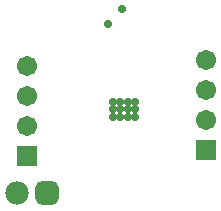
<source format=gbs>
G04 Layer_Color=8150272*
%FSLAX25Y25*%
%MOIN*%
G70*
G01*
G75*
%ADD32C,0.07800*%
G04:AMPARAMS|DCode=33|XSize=78mil|YSize=78mil|CornerRadius=21.5mil|HoleSize=0mil|Usage=FLASHONLY|Rotation=180.000|XOffset=0mil|YOffset=0mil|HoleType=Round|Shape=RoundedRectangle|*
%AMROUNDEDRECTD33*
21,1,0.07800,0.03500,0,0,180.0*
21,1,0.03500,0.07800,0,0,180.0*
1,1,0.04300,-0.01750,0.01750*
1,1,0.04300,0.01750,0.01750*
1,1,0.04300,0.01750,-0.01750*
1,1,0.04300,-0.01750,-0.01750*
%
%ADD33ROUNDEDRECTD33*%
%ADD34C,0.06706*%
%ADD35R,0.06706X0.06706*%
%ADD36C,0.02800*%
D32*
X192500Y237500D02*
D03*
D33*
X202500D02*
D03*
D34*
X255500Y282000D02*
D03*
Y272000D02*
D03*
Y262000D02*
D03*
X196000Y280000D02*
D03*
Y270000D02*
D03*
Y260000D02*
D03*
D35*
X255500Y252000D02*
D03*
X196000Y250000D02*
D03*
D36*
X223000Y294000D02*
D03*
X232000Y263000D02*
D03*
X229500D02*
D03*
X227000D02*
D03*
X224500D02*
D03*
Y265500D02*
D03*
X227000D02*
D03*
X229500D02*
D03*
X232000D02*
D03*
Y268000D02*
D03*
X229500D02*
D03*
X227000D02*
D03*
X224500D02*
D03*
X227500Y299000D02*
D03*
M02*

</source>
